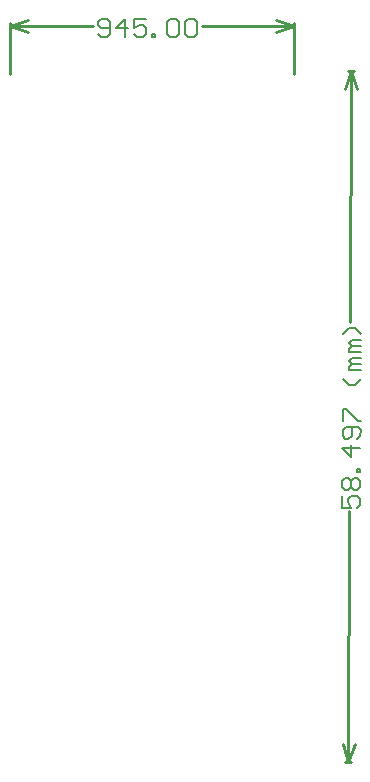
<source format=gbr>
G04*
G04 #@! TF.GenerationSoftware,Altium Limited,Altium Designer,23.1.1 (15)*
G04*
G04 Layer_Color=16711935*
%FSLAX25Y25*%
%MOIN*%
G70*
G04*
G04 #@! TF.SameCoordinates,7F6F0EF6-604E-4872-8498-859B9B4CD440*
G04*
G04*
G04 #@! TF.FilePolarity,Positive*
G04*
G01*
G75*
%ADD12C,0.01000*%
%ADD40C,0.00600*%
D12*
X241585Y235557D02*
X243585Y235550D01*
X240711Y5257D02*
X242711Y5250D01*
X242585Y235554D02*
X244562Y229546D01*
X240562Y229561D02*
X242585Y235554D01*
X241711Y5254D02*
X243734Y11246D01*
X239734Y11261D02*
X241711Y5254D01*
X242268Y151994D02*
X242585Y235554D01*
X241711Y5254D02*
X242028Y88814D01*
X129000Y250400D02*
X135000Y252400D01*
X129000Y250400D02*
X135000Y248400D01*
X217500D02*
X223500Y250400D01*
X217500Y252400D02*
X223500Y250400D01*
X129000D02*
X156555D01*
X192745D02*
X223500D01*
X129000Y234400D02*
Y251400D01*
X223500Y234600D02*
Y251400D01*
D40*
X239648Y93821D02*
X239633Y89823D01*
X242632Y89811D01*
X241640Y91814D01*
X241643Y92814D01*
X242647Y93810D01*
X244646Y93802D01*
X245642Y92799D01*
X245635Y90799D01*
X244631Y89804D01*
X240655Y95817D02*
X239659Y96820D01*
X239667Y98820D01*
X240670Y99815D01*
X241670Y99812D01*
X242666Y98808D01*
X243669Y99804D01*
X244669Y99800D01*
X245665Y98797D01*
X245657Y96798D01*
X244654Y95802D01*
X243654Y95805D01*
X242658Y96809D01*
X241655Y95813D01*
X240655Y95817D01*
X242658Y96809D02*
X242666Y98808D01*
X245676Y101796D02*
X244677Y101800D01*
X244680Y102799D01*
X245680Y102796D01*
X245676Y101796D01*
X245707Y109793D02*
X239709Y109816D01*
X242696Y106806D01*
X242711Y110804D01*
X244718Y112796D02*
X245722Y113792D01*
X245729Y115791D01*
X244734Y116795D01*
X240735Y116810D01*
X239731Y115814D01*
X239724Y113815D01*
X240720Y112811D01*
X241719Y112807D01*
X242723Y113803D01*
X242734Y116802D01*
X239743Y118813D02*
X239758Y122812D01*
X240758Y122808D01*
X244741Y118794D01*
X245741Y118790D01*
X245794Y132786D02*
X243787Y130794D01*
X241788Y130801D01*
X239796Y132808D01*
X245805Y135785D02*
X241807Y135800D01*
X241810Y136799D01*
X242814Y137795D01*
X245813Y137784D01*
X242814Y137795D01*
X241818Y138799D01*
X242821Y139795D01*
X245820Y139783D01*
X245828Y141783D02*
X241829Y141798D01*
X241833Y142797D01*
X242837Y143793D01*
X245836Y143782D01*
X242837Y143793D01*
X241841Y144797D01*
X242844Y145793D01*
X245843Y145781D01*
X245851Y147781D02*
X243859Y149787D01*
X241860Y149795D01*
X239853Y147803D01*
X158155Y247801D02*
X159155Y246801D01*
X161154D01*
X162154Y247801D01*
Y251799D01*
X161154Y252799D01*
X159155D01*
X158155Y251799D01*
Y250800D01*
X159155Y249800D01*
X162154D01*
X167152Y246801D02*
Y252799D01*
X164153Y249800D01*
X168152D01*
X174150Y252799D02*
X170151D01*
Y249800D01*
X172151Y250800D01*
X173151D01*
X174150Y249800D01*
Y247801D01*
X173151Y246801D01*
X171151D01*
X170151Y247801D01*
X176149Y246801D02*
Y247801D01*
X177149D01*
Y246801D01*
X176149D01*
X181148Y251799D02*
X182148Y252799D01*
X184147D01*
X185147Y251799D01*
Y247801D01*
X184147Y246801D01*
X182148D01*
X181148Y247801D01*
Y251799D01*
X187146D02*
X188146Y252799D01*
X190145D01*
X191145Y251799D01*
Y247801D01*
X190145Y246801D01*
X188146D01*
X187146Y247801D01*
Y251799D01*
M02*

</source>
